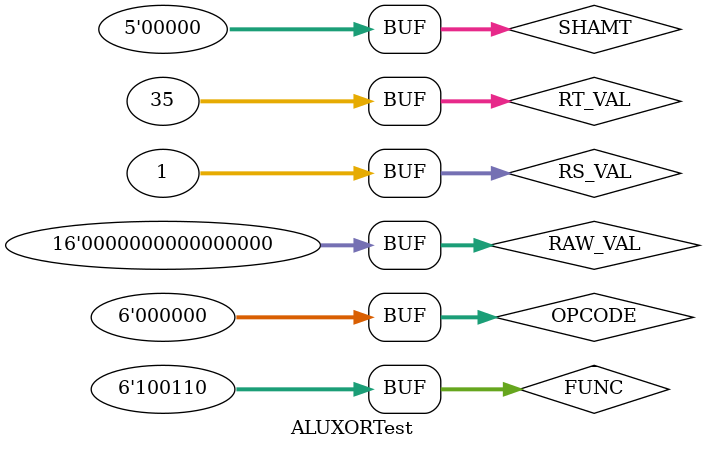
<source format=v>
`timescale 1ns / 1ps


module ALUXORTest;

	// Inputs
	reg [5:0] OPCODE;
	reg [31:0] RS_VAL;
	reg [31:0] RT_VAL;
	reg [4:0] SHAMT;
	reg [5:0] FUNC;
	reg [15:0] RAW_VAL;

	// Outputs
	wire [31:0] RESULT;
	wire SIG_B;

	// Instantiate the Unit Under Test (UUT)
	ALU uut (
		.RESULT(RESULT), 
		.SIG_B(SIG_B), 
		.OPCODE(OPCODE), 
		.RS_VAL(RS_VAL), 
		.RT_VAL(RT_VAL), 
		.SHAMT(SHAMT), 
		.FUNC(FUNC), 
		.RAW_VAL(RAW_VAL)
	);

	initial begin
		// Initialize Inputs
		OPCODE = 0;
		RS_VAL = 0;
		RT_VAL = 0;
		SHAMT = 0;
		FUNC = 0;
		RAW_VAL = 0;
		
		// Wait 100 ns for global reset to finish
		#100;
       
		  OPCODE = 6'b000000;
        RS_VAL = 15;
        RT_VAL = 12;
        SHAMT = 0;
        FUNC = 6'b100110;
        RAW_VAL = 0;
        #100;

        OPCODE = 6'b000000;
        RS_VAL = 23;
        RT_VAL = 2;
        SHAMT = 0;
        FUNC = 6'b100110;
        RAW_VAL = 0;
        #100;

        OPCODE = 6'b000000;
        RS_VAL = 1;
        RT_VAL = 35;
        SHAMT = 0;
        FUNC = 6'b100110;
        RAW_VAL = 0;
        #100;

	end
      
endmodule

</source>
